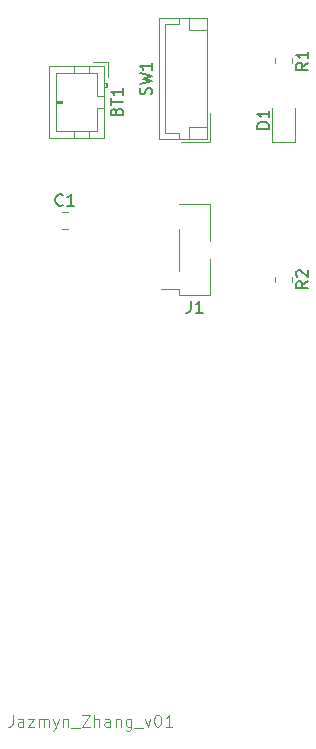
<source format=gto>
%TF.GenerationSoftware,KiCad,Pcbnew,8.0.8*%
%TF.CreationDate,2025-02-12T14:25:55-08:00*%
%TF.ProjectId,jazmyn_hwsw,6a617a6d-796e-45f6-9877-73772e6b6963,rev?*%
%TF.SameCoordinates,Original*%
%TF.FileFunction,Legend,Top*%
%TF.FilePolarity,Positive*%
%FSLAX46Y46*%
G04 Gerber Fmt 4.6, Leading zero omitted, Abs format (unit mm)*
G04 Created by KiCad (PCBNEW 8.0.8) date 2025-02-12 14:25:55*
%MOMM*%
%LPD*%
G01*
G04 APERTURE LIST*
%ADD10C,0.100000*%
%ADD11C,0.150000*%
%ADD12C,0.120000*%
G04 APERTURE END LIST*
D10*
X73089598Y-125872419D02*
X73089598Y-126586704D01*
X73089598Y-126586704D02*
X73041979Y-126729561D01*
X73041979Y-126729561D02*
X72946741Y-126824800D01*
X72946741Y-126824800D02*
X72803884Y-126872419D01*
X72803884Y-126872419D02*
X72708646Y-126872419D01*
X73994360Y-126872419D02*
X73994360Y-126348609D01*
X73994360Y-126348609D02*
X73946741Y-126253371D01*
X73946741Y-126253371D02*
X73851503Y-126205752D01*
X73851503Y-126205752D02*
X73661027Y-126205752D01*
X73661027Y-126205752D02*
X73565789Y-126253371D01*
X73994360Y-126824800D02*
X73899122Y-126872419D01*
X73899122Y-126872419D02*
X73661027Y-126872419D01*
X73661027Y-126872419D02*
X73565789Y-126824800D01*
X73565789Y-126824800D02*
X73518170Y-126729561D01*
X73518170Y-126729561D02*
X73518170Y-126634323D01*
X73518170Y-126634323D02*
X73565789Y-126539085D01*
X73565789Y-126539085D02*
X73661027Y-126491466D01*
X73661027Y-126491466D02*
X73899122Y-126491466D01*
X73899122Y-126491466D02*
X73994360Y-126443847D01*
X74375313Y-126205752D02*
X74899122Y-126205752D01*
X74899122Y-126205752D02*
X74375313Y-126872419D01*
X74375313Y-126872419D02*
X74899122Y-126872419D01*
X75280075Y-126872419D02*
X75280075Y-126205752D01*
X75280075Y-126300990D02*
X75327694Y-126253371D01*
X75327694Y-126253371D02*
X75422932Y-126205752D01*
X75422932Y-126205752D02*
X75565789Y-126205752D01*
X75565789Y-126205752D02*
X75661027Y-126253371D01*
X75661027Y-126253371D02*
X75708646Y-126348609D01*
X75708646Y-126348609D02*
X75708646Y-126872419D01*
X75708646Y-126348609D02*
X75756265Y-126253371D01*
X75756265Y-126253371D02*
X75851503Y-126205752D01*
X75851503Y-126205752D02*
X75994360Y-126205752D01*
X75994360Y-126205752D02*
X76089599Y-126253371D01*
X76089599Y-126253371D02*
X76137218Y-126348609D01*
X76137218Y-126348609D02*
X76137218Y-126872419D01*
X76518170Y-126205752D02*
X76756265Y-126872419D01*
X76994360Y-126205752D02*
X76756265Y-126872419D01*
X76756265Y-126872419D02*
X76661027Y-127110514D01*
X76661027Y-127110514D02*
X76613408Y-127158133D01*
X76613408Y-127158133D02*
X76518170Y-127205752D01*
X77375313Y-126205752D02*
X77375313Y-126872419D01*
X77375313Y-126300990D02*
X77422932Y-126253371D01*
X77422932Y-126253371D02*
X77518170Y-126205752D01*
X77518170Y-126205752D02*
X77661027Y-126205752D01*
X77661027Y-126205752D02*
X77756265Y-126253371D01*
X77756265Y-126253371D02*
X77803884Y-126348609D01*
X77803884Y-126348609D02*
X77803884Y-126872419D01*
X78041980Y-126967657D02*
X78803884Y-126967657D01*
X78946742Y-125872419D02*
X79613408Y-125872419D01*
X79613408Y-125872419D02*
X78946742Y-126872419D01*
X78946742Y-126872419D02*
X79613408Y-126872419D01*
X79994361Y-126872419D02*
X79994361Y-125872419D01*
X80422932Y-126872419D02*
X80422932Y-126348609D01*
X80422932Y-126348609D02*
X80375313Y-126253371D01*
X80375313Y-126253371D02*
X80280075Y-126205752D01*
X80280075Y-126205752D02*
X80137218Y-126205752D01*
X80137218Y-126205752D02*
X80041980Y-126253371D01*
X80041980Y-126253371D02*
X79994361Y-126300990D01*
X81327694Y-126872419D02*
X81327694Y-126348609D01*
X81327694Y-126348609D02*
X81280075Y-126253371D01*
X81280075Y-126253371D02*
X81184837Y-126205752D01*
X81184837Y-126205752D02*
X80994361Y-126205752D01*
X80994361Y-126205752D02*
X80899123Y-126253371D01*
X81327694Y-126824800D02*
X81232456Y-126872419D01*
X81232456Y-126872419D02*
X80994361Y-126872419D01*
X80994361Y-126872419D02*
X80899123Y-126824800D01*
X80899123Y-126824800D02*
X80851504Y-126729561D01*
X80851504Y-126729561D02*
X80851504Y-126634323D01*
X80851504Y-126634323D02*
X80899123Y-126539085D01*
X80899123Y-126539085D02*
X80994361Y-126491466D01*
X80994361Y-126491466D02*
X81232456Y-126491466D01*
X81232456Y-126491466D02*
X81327694Y-126443847D01*
X81803885Y-126205752D02*
X81803885Y-126872419D01*
X81803885Y-126300990D02*
X81851504Y-126253371D01*
X81851504Y-126253371D02*
X81946742Y-126205752D01*
X81946742Y-126205752D02*
X82089599Y-126205752D01*
X82089599Y-126205752D02*
X82184837Y-126253371D01*
X82184837Y-126253371D02*
X82232456Y-126348609D01*
X82232456Y-126348609D02*
X82232456Y-126872419D01*
X83137218Y-126205752D02*
X83137218Y-127015276D01*
X83137218Y-127015276D02*
X83089599Y-127110514D01*
X83089599Y-127110514D02*
X83041980Y-127158133D01*
X83041980Y-127158133D02*
X82946742Y-127205752D01*
X82946742Y-127205752D02*
X82803885Y-127205752D01*
X82803885Y-127205752D02*
X82708647Y-127158133D01*
X83137218Y-126824800D02*
X83041980Y-126872419D01*
X83041980Y-126872419D02*
X82851504Y-126872419D01*
X82851504Y-126872419D02*
X82756266Y-126824800D01*
X82756266Y-126824800D02*
X82708647Y-126777180D01*
X82708647Y-126777180D02*
X82661028Y-126681942D01*
X82661028Y-126681942D02*
X82661028Y-126396228D01*
X82661028Y-126396228D02*
X82708647Y-126300990D01*
X82708647Y-126300990D02*
X82756266Y-126253371D01*
X82756266Y-126253371D02*
X82851504Y-126205752D01*
X82851504Y-126205752D02*
X83041980Y-126205752D01*
X83041980Y-126205752D02*
X83137218Y-126253371D01*
X83375314Y-126967657D02*
X84137218Y-126967657D01*
X84280076Y-126205752D02*
X84518171Y-126872419D01*
X84518171Y-126872419D02*
X84756266Y-126205752D01*
X85327695Y-125872419D02*
X85422933Y-125872419D01*
X85422933Y-125872419D02*
X85518171Y-125920038D01*
X85518171Y-125920038D02*
X85565790Y-125967657D01*
X85565790Y-125967657D02*
X85613409Y-126062895D01*
X85613409Y-126062895D02*
X85661028Y-126253371D01*
X85661028Y-126253371D02*
X85661028Y-126491466D01*
X85661028Y-126491466D02*
X85613409Y-126681942D01*
X85613409Y-126681942D02*
X85565790Y-126777180D01*
X85565790Y-126777180D02*
X85518171Y-126824800D01*
X85518171Y-126824800D02*
X85422933Y-126872419D01*
X85422933Y-126872419D02*
X85327695Y-126872419D01*
X85327695Y-126872419D02*
X85232457Y-126824800D01*
X85232457Y-126824800D02*
X85184838Y-126777180D01*
X85184838Y-126777180D02*
X85137219Y-126681942D01*
X85137219Y-126681942D02*
X85089600Y-126491466D01*
X85089600Y-126491466D02*
X85089600Y-126253371D01*
X85089600Y-126253371D02*
X85137219Y-126062895D01*
X85137219Y-126062895D02*
X85184838Y-125967657D01*
X85184838Y-125967657D02*
X85232457Y-125920038D01*
X85232457Y-125920038D02*
X85327695Y-125872419D01*
X86613409Y-126872419D02*
X86041981Y-126872419D01*
X86327695Y-126872419D02*
X86327695Y-125872419D01*
X86327695Y-125872419D02*
X86232457Y-126015276D01*
X86232457Y-126015276D02*
X86137219Y-126110514D01*
X86137219Y-126110514D02*
X86041981Y-126158133D01*
D11*
X94804819Y-76238094D02*
X93804819Y-76238094D01*
X93804819Y-76238094D02*
X93804819Y-75999999D01*
X93804819Y-75999999D02*
X93852438Y-75857142D01*
X93852438Y-75857142D02*
X93947676Y-75761904D01*
X93947676Y-75761904D02*
X94042914Y-75714285D01*
X94042914Y-75714285D02*
X94233390Y-75666666D01*
X94233390Y-75666666D02*
X94376247Y-75666666D01*
X94376247Y-75666666D02*
X94566723Y-75714285D01*
X94566723Y-75714285D02*
X94661961Y-75761904D01*
X94661961Y-75761904D02*
X94757200Y-75857142D01*
X94757200Y-75857142D02*
X94804819Y-75999999D01*
X94804819Y-75999999D02*
X94804819Y-76238094D01*
X94804819Y-74714285D02*
X94804819Y-75285713D01*
X94804819Y-74999999D02*
X93804819Y-74999999D01*
X93804819Y-74999999D02*
X93947676Y-75095237D01*
X93947676Y-75095237D02*
X94042914Y-75190475D01*
X94042914Y-75190475D02*
X94090533Y-75285713D01*
X77333333Y-82679580D02*
X77285714Y-82727200D01*
X77285714Y-82727200D02*
X77142857Y-82774819D01*
X77142857Y-82774819D02*
X77047619Y-82774819D01*
X77047619Y-82774819D02*
X76904762Y-82727200D01*
X76904762Y-82727200D02*
X76809524Y-82631961D01*
X76809524Y-82631961D02*
X76761905Y-82536723D01*
X76761905Y-82536723D02*
X76714286Y-82346247D01*
X76714286Y-82346247D02*
X76714286Y-82203390D01*
X76714286Y-82203390D02*
X76761905Y-82012914D01*
X76761905Y-82012914D02*
X76809524Y-81917676D01*
X76809524Y-81917676D02*
X76904762Y-81822438D01*
X76904762Y-81822438D02*
X77047619Y-81774819D01*
X77047619Y-81774819D02*
X77142857Y-81774819D01*
X77142857Y-81774819D02*
X77285714Y-81822438D01*
X77285714Y-81822438D02*
X77333333Y-81870057D01*
X78285714Y-82774819D02*
X77714286Y-82774819D01*
X78000000Y-82774819D02*
X78000000Y-81774819D01*
X78000000Y-81774819D02*
X77904762Y-81917676D01*
X77904762Y-81917676D02*
X77809524Y-82012914D01*
X77809524Y-82012914D02*
X77714286Y-82060533D01*
X98104819Y-70666666D02*
X97628628Y-70999999D01*
X98104819Y-71238094D02*
X97104819Y-71238094D01*
X97104819Y-71238094D02*
X97104819Y-70857142D01*
X97104819Y-70857142D02*
X97152438Y-70761904D01*
X97152438Y-70761904D02*
X97200057Y-70714285D01*
X97200057Y-70714285D02*
X97295295Y-70666666D01*
X97295295Y-70666666D02*
X97438152Y-70666666D01*
X97438152Y-70666666D02*
X97533390Y-70714285D01*
X97533390Y-70714285D02*
X97581009Y-70761904D01*
X97581009Y-70761904D02*
X97628628Y-70857142D01*
X97628628Y-70857142D02*
X97628628Y-71238094D01*
X98104819Y-69714285D02*
X98104819Y-70285713D01*
X98104819Y-69999999D02*
X97104819Y-69999999D01*
X97104819Y-69999999D02*
X97247676Y-70095237D01*
X97247676Y-70095237D02*
X97342914Y-70190475D01*
X97342914Y-70190475D02*
X97390533Y-70285713D01*
X84807200Y-73333332D02*
X84854819Y-73190475D01*
X84854819Y-73190475D02*
X84854819Y-72952380D01*
X84854819Y-72952380D02*
X84807200Y-72857142D01*
X84807200Y-72857142D02*
X84759580Y-72809523D01*
X84759580Y-72809523D02*
X84664342Y-72761904D01*
X84664342Y-72761904D02*
X84569104Y-72761904D01*
X84569104Y-72761904D02*
X84473866Y-72809523D01*
X84473866Y-72809523D02*
X84426247Y-72857142D01*
X84426247Y-72857142D02*
X84378628Y-72952380D01*
X84378628Y-72952380D02*
X84331009Y-73142856D01*
X84331009Y-73142856D02*
X84283390Y-73238094D01*
X84283390Y-73238094D02*
X84235771Y-73285713D01*
X84235771Y-73285713D02*
X84140533Y-73333332D01*
X84140533Y-73333332D02*
X84045295Y-73333332D01*
X84045295Y-73333332D02*
X83950057Y-73285713D01*
X83950057Y-73285713D02*
X83902438Y-73238094D01*
X83902438Y-73238094D02*
X83854819Y-73142856D01*
X83854819Y-73142856D02*
X83854819Y-72904761D01*
X83854819Y-72904761D02*
X83902438Y-72761904D01*
X83854819Y-72428570D02*
X84854819Y-72190475D01*
X84854819Y-72190475D02*
X84140533Y-71999999D01*
X84140533Y-71999999D02*
X84854819Y-71809523D01*
X84854819Y-71809523D02*
X83854819Y-71571428D01*
X84854819Y-70666666D02*
X84854819Y-71238094D01*
X84854819Y-70952380D02*
X83854819Y-70952380D01*
X83854819Y-70952380D02*
X83997676Y-71047618D01*
X83997676Y-71047618D02*
X84092914Y-71142856D01*
X84092914Y-71142856D02*
X84140533Y-71238094D01*
X88166666Y-90824819D02*
X88166666Y-91539104D01*
X88166666Y-91539104D02*
X88119047Y-91681961D01*
X88119047Y-91681961D02*
X88023809Y-91777200D01*
X88023809Y-91777200D02*
X87880952Y-91824819D01*
X87880952Y-91824819D02*
X87785714Y-91824819D01*
X89166666Y-91824819D02*
X88595238Y-91824819D01*
X88880952Y-91824819D02*
X88880952Y-90824819D01*
X88880952Y-90824819D02*
X88785714Y-90967676D01*
X88785714Y-90967676D02*
X88690476Y-91062914D01*
X88690476Y-91062914D02*
X88595238Y-91110533D01*
X81881009Y-74785714D02*
X81928628Y-74642857D01*
X81928628Y-74642857D02*
X81976247Y-74595238D01*
X81976247Y-74595238D02*
X82071485Y-74547619D01*
X82071485Y-74547619D02*
X82214342Y-74547619D01*
X82214342Y-74547619D02*
X82309580Y-74595238D01*
X82309580Y-74595238D02*
X82357200Y-74642857D01*
X82357200Y-74642857D02*
X82404819Y-74738095D01*
X82404819Y-74738095D02*
X82404819Y-75119047D01*
X82404819Y-75119047D02*
X81404819Y-75119047D01*
X81404819Y-75119047D02*
X81404819Y-74785714D01*
X81404819Y-74785714D02*
X81452438Y-74690476D01*
X81452438Y-74690476D02*
X81500057Y-74642857D01*
X81500057Y-74642857D02*
X81595295Y-74595238D01*
X81595295Y-74595238D02*
X81690533Y-74595238D01*
X81690533Y-74595238D02*
X81785771Y-74642857D01*
X81785771Y-74642857D02*
X81833390Y-74690476D01*
X81833390Y-74690476D02*
X81881009Y-74785714D01*
X81881009Y-74785714D02*
X81881009Y-75119047D01*
X81404819Y-74261904D02*
X81404819Y-73690476D01*
X82404819Y-73976190D02*
X81404819Y-73976190D01*
X82404819Y-72833333D02*
X82404819Y-73404761D01*
X82404819Y-73119047D02*
X81404819Y-73119047D01*
X81404819Y-73119047D02*
X81547676Y-73214285D01*
X81547676Y-73214285D02*
X81642914Y-73309523D01*
X81642914Y-73309523D02*
X81690533Y-73404761D01*
X98104819Y-89166666D02*
X97628628Y-89499999D01*
X98104819Y-89738094D02*
X97104819Y-89738094D01*
X97104819Y-89738094D02*
X97104819Y-89357142D01*
X97104819Y-89357142D02*
X97152438Y-89261904D01*
X97152438Y-89261904D02*
X97200057Y-89214285D01*
X97200057Y-89214285D02*
X97295295Y-89166666D01*
X97295295Y-89166666D02*
X97438152Y-89166666D01*
X97438152Y-89166666D02*
X97533390Y-89214285D01*
X97533390Y-89214285D02*
X97581009Y-89261904D01*
X97581009Y-89261904D02*
X97628628Y-89357142D01*
X97628628Y-89357142D02*
X97628628Y-89738094D01*
X97200057Y-88785713D02*
X97152438Y-88738094D01*
X97152438Y-88738094D02*
X97104819Y-88642856D01*
X97104819Y-88642856D02*
X97104819Y-88404761D01*
X97104819Y-88404761D02*
X97152438Y-88309523D01*
X97152438Y-88309523D02*
X97200057Y-88261904D01*
X97200057Y-88261904D02*
X97295295Y-88214285D01*
X97295295Y-88214285D02*
X97390533Y-88214285D01*
X97390533Y-88214285D02*
X97533390Y-88261904D01*
X97533390Y-88261904D02*
X98104819Y-88833332D01*
X98104819Y-88833332D02*
X98104819Y-88214285D01*
D12*
%TO.C,D1*%
X95040000Y-74500000D02*
X95040000Y-77360000D01*
X95040000Y-77360000D02*
X96960000Y-77360000D01*
X96960000Y-77360000D02*
X96960000Y-74500000D01*
%TO.C,C1*%
X77238748Y-83265000D02*
X77761252Y-83265000D01*
X77238748Y-84735000D02*
X77761252Y-84735000D01*
%TO.C,R1*%
X95265000Y-70272936D02*
X95265000Y-70727064D01*
X96735000Y-70272936D02*
X96735000Y-70727064D01*
%TO.C,SW1*%
X85490000Y-66890000D02*
X85490000Y-77110000D01*
X85490000Y-77110000D02*
X89510000Y-77110000D01*
X85990000Y-67390000D02*
X87200000Y-67390000D01*
X85990000Y-76610000D02*
X85990000Y-67390000D01*
X87200000Y-67390000D02*
X87200000Y-66890000D01*
X87200000Y-76610000D02*
X85990000Y-76610000D01*
X87200000Y-77110000D02*
X87200000Y-76610000D01*
X87310000Y-77410000D02*
X89810000Y-77410000D01*
X88010000Y-66890000D02*
X88010000Y-67890000D01*
X88010000Y-67890000D02*
X89510000Y-67890000D01*
X88010000Y-76110000D02*
X89510000Y-76110000D01*
X88010000Y-77110000D02*
X88010000Y-76110000D01*
X89510000Y-66890000D02*
X85490000Y-66890000D01*
X89510000Y-77110000D02*
X89510000Y-66890000D01*
X89810000Y-77410000D02*
X89810000Y-74910000D01*
%TO.C,J1*%
X87170000Y-88280000D02*
X87170000Y-84720000D01*
X87170000Y-89800000D02*
X85650000Y-89800000D01*
X87170000Y-90370000D02*
X87170000Y-89800000D01*
X89830000Y-82630000D02*
X87170000Y-82630000D01*
X89830000Y-83200000D02*
X89830000Y-82630000D01*
X89830000Y-85740000D02*
X89830000Y-82630000D01*
X89830000Y-90370000D02*
X87170000Y-90370000D01*
X89830000Y-90370000D02*
X89830000Y-87260000D01*
%TO.C,BT1*%
X76140000Y-70940000D02*
X76140000Y-77060000D01*
X76140000Y-77060000D02*
X80860000Y-77060000D01*
X76750000Y-71550000D02*
X76750000Y-76450000D01*
X76750000Y-73900000D02*
X77250000Y-73900000D01*
X76750000Y-74000000D02*
X77250000Y-74000000D01*
X76750000Y-76450000D02*
X80250000Y-76450000D01*
X77250000Y-73900000D02*
X77250000Y-74100000D01*
X77250000Y-74100000D02*
X76750000Y-74100000D01*
X78250000Y-70940000D02*
X78250000Y-71550000D01*
X78250000Y-77060000D02*
X78250000Y-76450000D01*
X79550000Y-70940000D02*
X79550000Y-71550000D01*
X79550000Y-77060000D02*
X79550000Y-76450000D01*
X80250000Y-71550000D02*
X76750000Y-71550000D01*
X80250000Y-73500000D02*
X80250000Y-71550000D01*
X80250000Y-74500000D02*
X80860000Y-74500000D01*
X80250000Y-76450000D02*
X80250000Y-74500000D01*
X80860000Y-70940000D02*
X76140000Y-70940000D01*
X80860000Y-72700000D02*
X81060000Y-72700000D01*
X80860000Y-73500000D02*
X80250000Y-73500000D01*
X80860000Y-77060000D02*
X80860000Y-70940000D01*
X80960000Y-72700000D02*
X80960000Y-72400000D01*
X81060000Y-72400000D02*
X80860000Y-72400000D01*
X81060000Y-72700000D02*
X81060000Y-72400000D01*
X81160000Y-70640000D02*
X79910000Y-70640000D01*
X81160000Y-71890000D02*
X81160000Y-70640000D01*
%TO.C,R2*%
X95265000Y-88772936D02*
X95265000Y-89227064D01*
X96735000Y-88772936D02*
X96735000Y-89227064D01*
%TD*%
M02*

</source>
